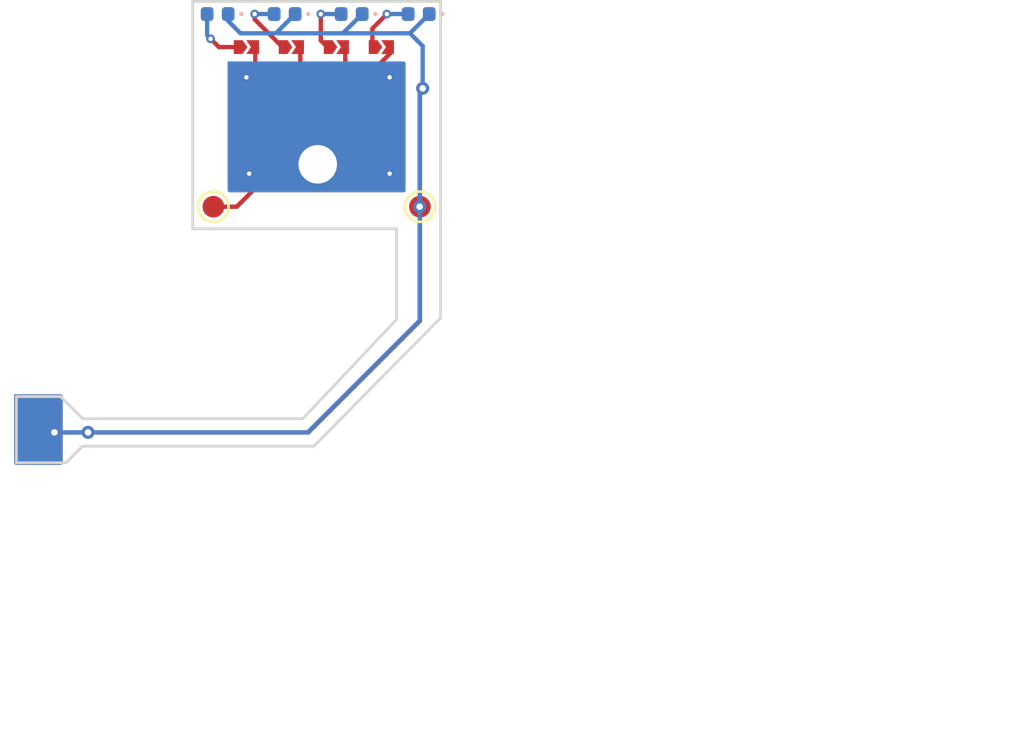
<source format=kicad_pcb>
(kicad_pcb (version 20240108) (generator "pcbnew") (generator_version "8.0")
  (layers (0 "F.Cu" signal) (31 "B.Cu" signal) (34 "B.Paste" user) (35 "F.Paste" user) (36 "B.SilkS" user "B.Silkscreen") (37 "F.SilkS" user "F.Silkscreen") (38 "B.Mask" user) (39 "F.Mask" user) (44 "Edge.Cuts" user))
  (net 0 "")
  (net 1 "Net-(D1-A)")
  (net 2 "GND")
  (net 3 "Net-(D2-A)")
  (net 4 "Net-(D3-A)")
  (net 5 "Net-(D4-A)")
  (net 6 "+3V0")
  (footprint "mine:402 jumper" (layer "F.Cu") (at 144.935451 87.868)
    (property "Reference" "R3" (hide yes))
    (property "Value" "R" (hide yes))
    (pad "1" smd custom (at -0.725 0) (size 0.3 0.63) (layers "F.Cu" "F.Mask") (net 4 "Net-(D3-A)") (options (clearance outline) (anchor rect)) (primitives (gr_poly (pts (xy 0.459254 0) (xy 0.234254 0.32) (xy -0.165746 0.32) (xy -0.165746 -0.32) (xy 0.234254 -0.32)) (width 0) (fill yes))))
    (pad "2" smd custom (at 0.1 0) (size 0.3 0.63) (layers "F.Cu" "F.Mask") (net 6 "+3V0") (options (clearance outline) (anchor rect)) (primitives (gr_poly (pts (xy 0.170177 0.32) (xy -0.417015 0.32) (xy -0.2 0) (xy -0.417015 -0.32) (xy 0.170177 -0.32)) (width 0) (fill yes))))
  )
  (footprint "TestPoint:TestPoint_Pad_D1.0mm" (layer "F.Cu") (at 148.4775 95.234)
    (property "Reference" "TP1" (hide yes))
    (property "Value" "TestPoint" (hide yes))
    (fp_circle (center 0 0) (end 0 0.7) (stroke (width 0.12)) (fill none) (layer "F.SilkS"))
    (pad "1" smd circle (at 0 0) (size 1 1) (layers "F.Cu" "F.Mask") (net 2 "GND"))
  )
  (footprint "TestPoint:TestPoint_Pad_D1.0mm" (layer "F.Cu") (at 138.9525 95.234)
    (property "Reference" "TP2" (hide yes))
    (property "Value" "TestPoint" (hide yes))
    (fp_circle (center 0 0) (end 0 0.7) (stroke (width 0.12)) (fill none) (layer "F.SilkS"))
    (pad "1" smd circle (at 0 0) (size 1 1) (layers "F.Cu" "F.Mask") (net 6 "+3V0"))
  )
  (footprint "mine:402 jumper" (layer "F.Cu") (at 147.009785 87.868)
    (property "Reference" "R1" (hide yes))
    (property "Value" "R" (hide yes))
    (pad "1" smd custom (at -0.725 0) (size 0.3 0.63) (layers "F.Cu" "F.Mask") (net 1 "Net-(D1-A)") (options (clearance outline) (anchor rect)) (primitives (gr_poly (pts (xy 0.459254 0) (xy 0.234254 0.32) (xy -0.165746 0.32) (xy -0.165746 -0.32) (xy 0.234254 -0.32)) (width 0) (fill yes))))
    (pad "2" smd custom (at 0.1 0) (size 0.3 0.63) (layers "F.Cu" "F.Mask") (net 6 "+3V0") (options (clearance outline) (anchor rect)) (primitives (gr_poly (pts (xy 0.170177 0.32) (xy -0.417015 0.32) (xy -0.2 0) (xy -0.417015 -0.32) (xy 0.170177 -0.32)) (width 0) (fill yes))))
  )
  (footprint "mine:402 jumper" (layer "F.Cu") (at 140.786785 87.868)
    (property "Reference" "R4" (hide yes))
    (property "Value" "R" (hide yes))
    (pad "1" smd custom (at -0.725 0) (size 0.3 0.63) (layers "F.Cu" "F.Mask") (net 5 "Net-(D4-A)") (options (clearance outline) (anchor rect)) (primitives (gr_poly (pts (xy 0.459254 0) (xy 0.234254 0.32) (xy -0.165746 0.32) (xy -0.165746 -0.32) (xy 0.234254 -0.32)) (width 0) (fill yes))))
    (pad "2" smd custom (at 0.1 0) (size 0.3 0.63) (layers "F.Cu" "F.Mask") (net 6 "+3V0") (options (clearance outline) (anchor rect)) (primitives (gr_poly (pts (xy 0.170177 0.32) (xy -0.417015 0.32) (xy -0.2 0) (xy -0.417015 -0.32) (xy 0.170177 -0.32)) (width 0) (fill yes))))
  )
  (footprint "mine:402 jumper" (layer "F.Cu") (at 142.861118 87.868)
    (property "Reference" "R2" (hide yes))
    (property "Value" "R" (hide yes))
    (pad "1" smd custom (at -0.725 0) (size 0.3 0.63) (layers "F.Cu" "F.Mask") (net 3 "Net-(D2-A)") (options (clearance outline) (anchor rect)) (primitives (gr_poly (pts (xy 0.459254 0) (xy 0.234254 0.32) (xy -0.165746 0.32) (xy -0.165746 -0.32) (xy 0.234254 -0.32)) (width 0) (fill yes))))
    (pad "2" smd custom (at 0.1 0) (size 0.3 0.63) (layers "F.Cu" "F.Mask") (net 6 "+3V0") (options (clearance outline) (anchor rect)) (primitives (gr_poly (pts (xy 0.170177 0.32) (xy -0.417015 0.32) (xy -0.2 0) (xy -0.417015 -0.32) (xy 0.170177 -0.32)) (width 0) (fill yes))))
  )
  (footprint "LED_SMD:LED_0402_1005Metric" (layer "B.Cu") (at 145.331666 86.344 180)
    (property "Reference" "D3" (hide yes))
    (property "Value" "LED" (hide yes))
    (fp_circle (center -1.09 0) (end -1.04 0) (stroke (width 0.1)) (fill none) (layer "B.SilkS"))
    (pad "1" smd roundrect (at -0.485 0 180) (size 0.59 0.64) (layers "B.Cu" "B.Paste" "B.Mask") (net 2 "GND"))
    (pad "2" smd roundrect (at 0.485 0 180) (size 0.59 0.64) (layers "B.Cu" "B.Paste" "B.Mask") (net 4 "Net-(D3-A)"))
  )
  (footprint "LED_SMD:LED_0402_1005Metric" (layer "B.Cu") (at 142.241333 86.344 180)
    (property "Reference" "D2" (hide yes))
    (property "Value" "LED" (hide yes))
    (fp_circle (center -1.09 0) (end -1.04 0) (stroke (width 0.1)) (fill none) (layer "B.SilkS"))
    (pad "1" smd roundrect (at -0.485 0 180) (size 0.59 0.64) (layers "B.Cu" "B.Paste" "B.Mask") (net 2 "GND"))
    (pad "2" smd roundrect (at 0.485 0 180) (size 0.59 0.64) (layers "B.Cu" "B.Paste" "B.Mask") (net 3 "Net-(D2-A)"))
  )
  (footprint "LED_SMD:LED_0402_1005Metric" (layer "B.Cu") (at 139.151 86.344 180)
    (property "Reference" "D4" (hide yes))
    (property "Value" "LED" (hide yes))
    (fp_circle (center -1.09 0) (end -1.04 0) (stroke (width 0.1)) (fill none) (layer "B.SilkS"))
    (pad "1" smd roundrect (at -0.485 0 180) (size 0.59 0.64) (layers "B.Cu" "B.Paste" "B.Mask") (net 2 "GND"))
    (pad "2" smd roundrect (at 0.485 0 180) (size 0.59 0.64) (layers "B.Cu" "B.Paste" "B.Mask") (net 5 "Net-(D4-A)"))
  )
  (footprint "LED_SMD:LED_0402_1005Metric" (layer "B.Cu") (at 148.422 86.344 180)
    (property "Reference" "D1" (hide yes))
    (property "Value" "LED" (hide yes))
    (fp_circle (center -1.09 0) (end -1.04 0) (stroke (width 0.1)) (fill none) (layer "B.SilkS"))
    (pad "1" smd roundrect (at -0.485 0 180) (size 0.59 0.64) (layers "B.Cu" "B.Paste" "B.Mask") (net 2 "GND"))
    (pad "2" smd roundrect (at 0.485 0 180) (size 0.59 0.64) (layers "B.Cu" "B.Paste" "B.Mask") (net 1 "Net-(D1-A)"))
  )
  (gr_rect (start 139.7145 88.63) (end 147.7155 94.472) (stroke (width 0.2)) (fill solid) (layer "F.Cu") (net 6))
  (gr_rect (start 129.872 103.997) (end 131.904 107.045) (stroke (width 0.2)) (fill solid) (layer "F.Cu") (net 2))
  (gr_rect (start 129.872 103.997) (end 131.904 107.045) (stroke (width 0.2)) (fill solid) (layer "B.Cu") (net 2))
  (gr_rect (start 139.7145 88.63) (end 147.7155 94.472) (stroke (width 0.2)) (fill solid) (layer "B.Cu") (net 6))
  (gr_line (start 131.904 103.997) (end 132.92 105.013) (stroke (width 0.127)) (layer "Edge.Cuts"))
  (gr_line (start 129.872 103.997) (end 131.904 103.997) (stroke (width 0.127)) (layer "Edge.Cuts"))
  (gr_line (start 138 85.7598) (end 138 96.25) (stroke (width 0.127)) (layer "Edge.Cuts"))
  (gr_line (start 129.872 107.045) (end 129.872 103.997) (stroke (width 0.127)) (layer "Edge.Cuts"))
  (gr_line (start 132.92 106.283) (end 143.588 106.283) (stroke (width 0.127)) (layer "Edge.Cuts"))
  (gr_line (start 143.588 106.283) (end 149.43 100.3648) (stroke (width 0.127)) (layer "Edge.Cuts"))
  (gr_line (start 143.08 105.013) (end 147.398 100.441) (stroke (width 0.127)) (layer "Edge.Cuts"))
  (gr_line (start 149.43 96.25) (end 149.43 100.3648) (stroke (width 0.127)) (layer "Edge.Cuts"))
  (gr_line (start 149.43 85.7598) (end 138 85.7598) (stroke (width 0.127)) (layer "Edge.Cuts"))
  (gr_line (start 132.158 107.045) (end 132.92 106.283) (stroke (width 0.127)) (layer "Edge.Cuts"))
  (gr_line (start 132.158 107.045) (end 129.872 107.045) (stroke (width 0.127)) (layer "Edge.Cuts"))
  (gr_line (start 147.398 100.441) (end 147.398 96.25) (stroke (width 0.127)) (layer "Edge.Cuts"))
  (gr_line (start 132.92 105.013) (end 143.08 105.013) (stroke (width 0.127)) (layer "Edge.Cuts"))
  (gr_line (start 138 96.25) (end 147.398 96.25) (stroke (width 0.127)) (layer "Edge.Cuts"))
  (gr_line (start 149.43 96.25) (end 149.43 85.7598) (stroke (width 0.127)) (layer "Edge.Cuts"))
  (segment (start 146.284785 87.012715) (end 146.284785 87.868) (width 0.2) (layer "F.Cu") (net 1))
  (segment (start 146.9535 86.344) (end 146.284785 87.012715) (width 0.2) (layer "F.Cu") (net 1))
  (via (at 146.9535 86.344) (size 0.4) (drill 0.2) (layers "F.Cu" "B.Cu") (net 1))
  (segment (start 147.937 86.344) (end 146.9535 86.344) (width 0.2) (layer "B.Cu") (net 1))
  (segment (start 131.396 105.648) (end 131.269 105.521) (width 0.2) (layer "F.Cu") (net 2))
  (segment (start 133.174 105.648) (end 143.334 105.648) (width 0.2) (layer "F.Cu") (net 2))
  (segment (start 148.4775 100.5045) (end 148.4775 95.234) (width 0.2) (layer "F.Cu") (net 2))
  (segment (start 148.6045 89.773) (end 148.4775 89.9) (width 0.2) (layer "F.Cu") (net 2))
  (segment (start 133.174 105.648) (end 131.396 105.648) (width 0.2) (layer "F.Cu") (net 2))
  (segment (start 148.4775 89.9) (end 148.4775 95.234) (width 0.2) (layer "F.Cu") (net 2))
  (segment (start 143.334 105.648) (end 148.4775 100.5045) (width 0.2) (layer "F.Cu") (net 2))
  (via (at 148.6045 89.773) (size 0.6) (drill 0.3) (layers "F.Cu" "B.Cu") (net 2))
  (via (at 131.6246 105.648) (size 0.6) (drill 0.3) (layers "F.Cu" "B.Cu") (net 2))
  (via (at 133.174 105.648) (size 0.6) (drill 0.3) (layers "F.Cu" "B.Cu") (net 2))
  (via (at 148.4648 95.234) (size 0.6) (drill 0.3) (layers "F.Cu" "B.Cu") (net 2))
  (segment (start 141.837333 87.233) (end 142.726333 86.344) (width 0.2) (layer "B.Cu") (net 2))
  (segment (start 133.174 105.648) (end 131.015 105.648) (width 0.2) (layer "B.Cu") (net 2))
  (segment (start 139.636 86.663999) (end 140.205001 87.233) (width 0.2) (layer "B.Cu") (net 2))
  (segment (start 148.6045 87.8195) (end 148.6045 89.773) (width 0.2) (layer "B.Cu") (net 2))
  (segment (start 148.4648 89.9127) (end 148.6045 89.773) (width 0.2) (layer "B.Cu") (net 2))
  (segment (start 139.636 86.344) (end 139.636 86.663999) (width 0.2) (layer "B.Cu") (net 2))
  (segment (start 144.927666 87.233) (end 145.816666 86.344) (width 0.2) (layer "B.Cu") (net 2))
  (segment (start 143.3086 105.648) (end 148.4648 100.4918) (width 0.2) (layer "B.Cu") (net 2))
  (segment (start 148.018 87.233) (end 148.6045 87.8195) (width 0.2) (layer "B.Cu") (net 2))
  (segment (start 148.4648 95.234) (end 148.4648 89.9127) (width 0.2) (layer "B.Cu") (net 2))
  (segment (start 148.018 87.233) (end 148.907 86.344) (width 0.2) (layer "B.Cu") (net 2))
  (segment (start 140.205001 87.233) (end 141.837333 87.233) (width 0.2) (layer "B.Cu") (net 2))
  (segment (start 133.174 105.648) (end 143.3086 105.648) (width 0.2) (layer "B.Cu") (net 2))
  (segment (start 141.837333 87.233) (end 144.927666 87.233) (width 0.2) (layer "B.Cu") (net 2))
  (segment (start 131.015 105.648) (end 130.888 105.521) (width 0.2) (layer "B.Cu") (net 2))
  (segment (start 148.4648 100.4918) (end 148.4648 95.234) (width 0.2) (layer "B.Cu") (net 2))
  (segment (start 144.927666 87.233) (end 148.018 87.233) (width 0.2) (layer "B.Cu") (net 2))
  (segment (start 140.8575 86.344) (end 140.8575 86.589382) (width 0.2) (layer "F.Cu") (net 3))
  (segment (start 140.8575 86.589382) (end 142.136118 87.868) (width 0.2) (layer "F.Cu") (net 3))
  (via (at 140.8575 86.344) (size 0.4) (drill 0.2) (layers "F.Cu" "B.Cu") (net 3))
  (segment (start 141.756333 86.344) (end 140.8575 86.344) (width 0.2) (layer "B.Cu") (net 3))
  (segment (start 143.9055 87.563049) (end 144.210451 87.868) (width 0.2) (layer "F.Cu") (net 4))
  (segment (start 143.9055 86.344) (end 143.9055 87.563049) (width 0.2) (layer "F.Cu") (net 4))
  (via (at 143.9055 86.344) (size 0.4) (drill 0.2) (layers "F.Cu" "B.Cu") (net 4))
  (segment (start 144.846666 86.344) (end 143.9055 86.344) (width 0.2) (layer "B.Cu") (net 4))
  (segment (start 139.2065 87.868) (end 140.061785 87.868) (width 0.2) (layer "F.Cu") (net 5))
  (segment (start 138.8255 87.487) (end 139.2065 87.868) (width 0.2) (layer "F.Cu") (net 5))
  (via (at 138.8255 87.487) (size 0.4) (drill 0.2) (layers "F.Cu" "B.Cu") (net 5))
  (segment (start 138.666 87.3275) (end 138.8255 87.487) (width 0.2) (layer "B.Cu") (net 5))
  (segment (start 138.666 86.344) (end 138.666 87.3275) (width 0.2) (layer "B.Cu") (net 5))
  (segment (start 142.961118 87.868) (end 142.961118 90.797118) (width 0.2) (layer "F.Cu") (net 6))
  (segment (start 142.961118 90.797118) (end 140.886785 88.722785) (width 0.2) (layer "F.Cu") (net 6))
  (segment (start 140.886785 88.722785) (end 140.886785 87.868) (width 0.2) (layer "F.Cu") (net 6))
  (segment (start 138.9525 95.234) (end 140.032 95.234) (width 0.2) (layer "F.Cu") (net 6))
  (segment (start 147.109785 87.868) (end 147.109785 88.156215) (width 0.2) (layer "F.Cu") (net 6))
  (segment (start 145.035451 90.230549) (end 145.035451 87.868) (width 0.2) (layer "F.Cu") (net 6))
  (segment (start 147.109785 88.156215) (end 145.035451 90.230549) (width 0.2) (layer "F.Cu") (net 6))
  (segment (start 140.032 95.234) (end 143.715 91.551) (width 0.2) (layer "F.Cu") (net 6))
  (via (at 140.4765 89.265) (size 0.5) (drill 0.2) (layers "F.Cu" "B.Cu") (net 6))
  (via (at 147.0805 93.71) (size 0.5) (drill 0.2) (layers "F.Cu" "B.Cu") (net 6))
  (via (at 147.0805 89.265) (size 0.5) (drill 0.2) (layers "F.Cu" "B.Cu") (net 6))
  (via (at 143.7658 93.2782) (size 2.54) (drill 1.778) (layers "F.Cu" "B.Cu") (net 6))
  (via (at 140.6035 93.71) (size 0.5) (drill 0.2) (layers "F.Cu" "B.Cu") (net 6))
)
</source>
